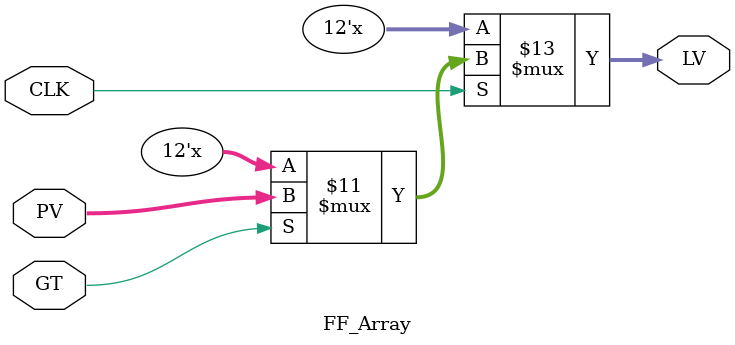
<source format=v>

module FF_Array(
   input wire CLK,
   input wire GT, // enable signal 
   input wire [11:0] PV, // pendig value
   output reg [11:0] LV // last value (lenght of bits stored defualt to 10 least significant bit of ADC are not considered as they define the minimum threshold for differnce of potential)
);

reg [11:0] inter = 12'b000000000000;

always @(CLK,GT,PV) begin
   if(CLK==1) begin
      if(GT == 1'b1) begin
         LV <= PV; // if enable is set to high to LV is set to PV otherwise it keeps is value 
         inter <= PV;
      end
      else begin
         LV <= inter;
      end
   end
end


endmodule

</source>
